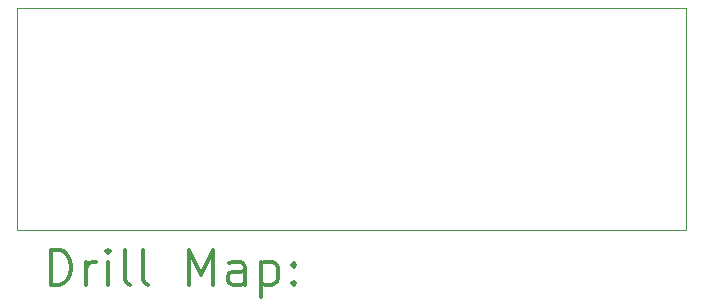
<source format=gbr>
%FSLAX45Y45*%
G04 Gerber Fmt 4.5, Leading zero omitted, Abs format (unit mm)*
G04 Created by KiCad (PCBNEW 5.1.6) date 2020-08-30 14:34:45*
%MOMM*%
%LPD*%
G01*
G04 APERTURE LIST*
%TA.AperFunction,Profile*%
%ADD10C,0.050000*%
%TD*%
%ADD11C,0.200000*%
%ADD12C,0.300000*%
G04 APERTURE END LIST*
D10*
X23037800Y-11938000D02*
X17373600Y-11938000D01*
X17373600Y-10058400D02*
X17373600Y-11938000D01*
X23037800Y-10058400D02*
X17373600Y-10058400D01*
X23037800Y-11938000D02*
X23037800Y-10058400D01*
D11*
D12*
X17657528Y-12406214D02*
X17657528Y-12106214D01*
X17728957Y-12106214D01*
X17771814Y-12120500D01*
X17800386Y-12149071D01*
X17814671Y-12177643D01*
X17828957Y-12234786D01*
X17828957Y-12277643D01*
X17814671Y-12334786D01*
X17800386Y-12363357D01*
X17771814Y-12391929D01*
X17728957Y-12406214D01*
X17657528Y-12406214D01*
X17957528Y-12406214D02*
X17957528Y-12206214D01*
X17957528Y-12263357D02*
X17971814Y-12234786D01*
X17986100Y-12220500D01*
X18014671Y-12206214D01*
X18043243Y-12206214D01*
X18143243Y-12406214D02*
X18143243Y-12206214D01*
X18143243Y-12106214D02*
X18128957Y-12120500D01*
X18143243Y-12134786D01*
X18157528Y-12120500D01*
X18143243Y-12106214D01*
X18143243Y-12134786D01*
X18328957Y-12406214D02*
X18300386Y-12391929D01*
X18286100Y-12363357D01*
X18286100Y-12106214D01*
X18486100Y-12406214D02*
X18457528Y-12391929D01*
X18443243Y-12363357D01*
X18443243Y-12106214D01*
X18828957Y-12406214D02*
X18828957Y-12106214D01*
X18928957Y-12320500D01*
X19028957Y-12106214D01*
X19028957Y-12406214D01*
X19300386Y-12406214D02*
X19300386Y-12249071D01*
X19286100Y-12220500D01*
X19257528Y-12206214D01*
X19200386Y-12206214D01*
X19171814Y-12220500D01*
X19300386Y-12391929D02*
X19271814Y-12406214D01*
X19200386Y-12406214D01*
X19171814Y-12391929D01*
X19157528Y-12363357D01*
X19157528Y-12334786D01*
X19171814Y-12306214D01*
X19200386Y-12291929D01*
X19271814Y-12291929D01*
X19300386Y-12277643D01*
X19443243Y-12206214D02*
X19443243Y-12506214D01*
X19443243Y-12220500D02*
X19471814Y-12206214D01*
X19528957Y-12206214D01*
X19557528Y-12220500D01*
X19571814Y-12234786D01*
X19586100Y-12263357D01*
X19586100Y-12349071D01*
X19571814Y-12377643D01*
X19557528Y-12391929D01*
X19528957Y-12406214D01*
X19471814Y-12406214D01*
X19443243Y-12391929D01*
X19714671Y-12377643D02*
X19728957Y-12391929D01*
X19714671Y-12406214D01*
X19700386Y-12391929D01*
X19714671Y-12377643D01*
X19714671Y-12406214D01*
X19714671Y-12220500D02*
X19728957Y-12234786D01*
X19714671Y-12249071D01*
X19700386Y-12234786D01*
X19714671Y-12220500D01*
X19714671Y-12249071D01*
M02*

</source>
